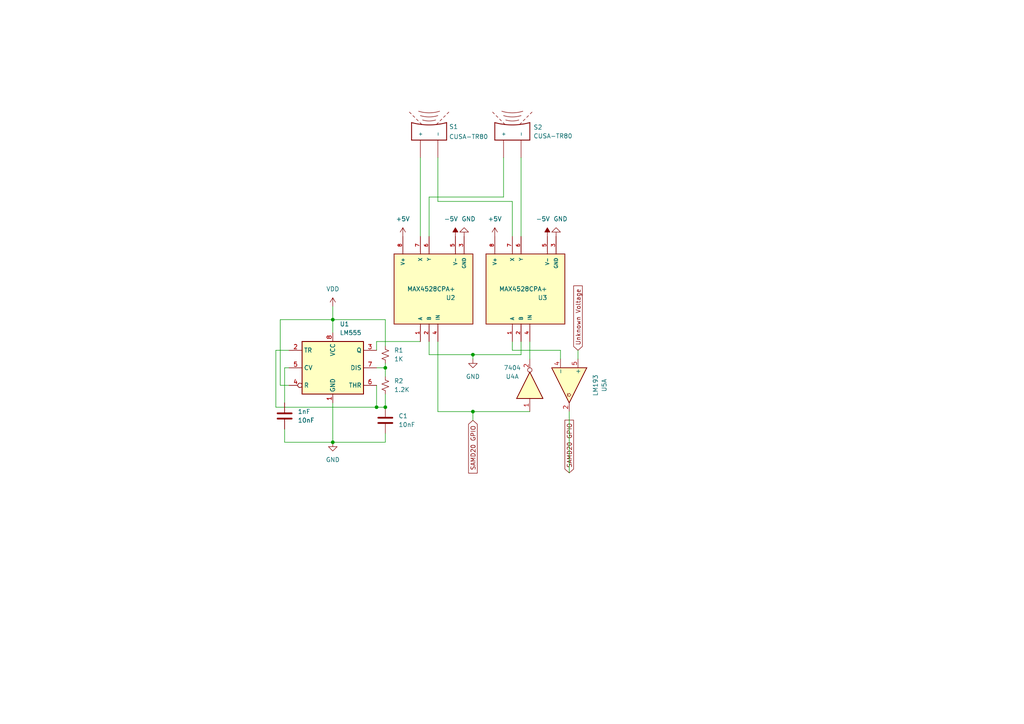
<source format=kicad_sch>
(kicad_sch (version 20211123) (generator eeschema)
  (paper "A4")
  (title_block (title "Ultrasonic Flow Reader") (date "2022-11-17") (rev "v1.0") (company "DCA"))
  (lib_symbols
    (symbol "74xx:74AHC04"
      (property "Reference" "U" (at 0 1.27 0))
      (property "Value" "74AHC04" (at 0 -1.27 0))
      (symbol "74AHC04_1_0"
        (polyline (pts (xy -3.81 3.81) (xy -3.81 -3.81) (xy 3.81 0) (xy -3.81 3.81)) (stroke (width 0.254)) (fill (type background)))
        (pin input line (at -7.62 0 0) (length 3.81) (name "~") (number "1"))
        (pin output inverted (at 7.62 0 180) (length 3.81) (name "~") (number "2"))
      )
      (symbol "74AHC04_2_0"
        (polyline (pts (xy -3.81 3.81) (xy -3.81 -3.81) (xy 3.81 0) (xy -3.81 3.81)) (stroke (width 0.254)) (fill (type background)))
        (pin input line (at -7.62 0 0) (length 3.81) (name "~") (number "3"))
        (pin output inverted (at 7.62 0 180) (length 3.81) (name "~") (number "4"))
      )
      (symbol "74AHC04_3_0"
        (polyline (pts (xy -3.81 3.81) (xy -3.81 -3.81) (xy 3.81 0) (xy -3.81 3.81)) (stroke (width 0.254)) (fill (type background)))
        (pin input line (at -7.62 0 0) (length 3.81) (name "~") (number "5"))
        (pin output inverted (at 7.62 0 180) (length 3.81) (name "~") (number "6"))
      )
      (symbol "74AHC04_4_0"
        (polyline (pts (xy -3.81 3.81) (xy -3.81 -3.81) (xy 3.81 0) (xy -3.81 3.81)) (stroke (width 0.254)) (fill (type background)))
        (pin output inverted (at 7.62 0 180) (length 3.81) (name "~") (number "8"))
        (pin input line (at -7.62 0 0) (length 3.81) (name "~") (number "9"))
      )
      (symbol "74AHC04_5_0"
        (polyline (pts (xy -3.81 3.81) (xy -3.81 -3.81) (xy 3.81 0) (xy -3.81 3.81)) (stroke (width 0.254)) (fill (type background)))
        (pin output inverted (at 7.62 0 180) (length 3.81) (name "~") (number "10"))
        (pin input line (at -7.62 0 0) (length 3.81) (name "~") (number "11"))
      )
      (symbol "74AHC04_6_0"
        (polyline (pts (xy -3.81 3.81) (xy -3.81 -3.81) (xy 3.81 0) (xy -3.81 3.81)) (stroke (width 0.254)) (fill (type background)))
        (pin output inverted (at 7.62 0 180) (length 3.81) (name "~") (number "12"))
        (pin input line (at -7.62 0 0) (length 3.81) (name "~") (number "13"))
      )
      (symbol "74AHC04_7_0"
        (pin power_in line (at 0 12.7 270) (length 5.08) (name "VCC") (number "14"))
        (pin power_in line (at 0 -12.7 90) (length 5.08) (name "GND") (number "7"))
      )
      (symbol "74AHC04_7_1"
        (rectangle (start -5.08 7.62) (end 5.08 -7.62) (stroke (width 0.254)) (fill (type background)))
      )
    )
    (symbol "CUSA-TR80-18-2400-TH:CUSA-TR80-18-2400-TH" (pin_numbers hide) (pin_names (offset 1.016))
      (property "Reference" "A" (at -3.0988 6.604 0))
      (property "Value" "CUSA-TR80-18-2400-TH" (at -3.556 -5.842 0))
      (symbol "CUSA-TR80-18-2400-TH_0_0"
        (polyline (pts (xy -2.54 -5.08) (xy -2.54 5.08)) (stroke (width 0.254)))
        (polyline (pts (xy -2.54 5.08) (xy 2.54 5.08)) (stroke (width 0.254)))
        (polyline (pts (xy 2.032 -2.159) (xy 2.54 -2.667)) (stroke (width 0.1524)))
        (polyline (pts (xy 2.032 2.159) (xy 2.54 2.667)) (stroke (width 0.1524)))
        (polyline (pts (xy 2.54 -5.08) (xy -2.54 -5.08)) (stroke (width 0.254)))
        (polyline (pts (xy 3.048 3.175) (xy 3.556 3.683)) (stroke (width 0.1524)))
        (polyline (pts (xy 3.556 -3.683) (xy 3.048 -3.175)) (stroke (width 0.1524)))
        (polyline (pts (xy 4.064 4.191) (xy 4.572 4.699)) (stroke (width 0.1524)))
        (polyline (pts (xy 4.572 -4.699) (xy 4.064 -4.191)) (stroke (width 0.1524)))
        (polyline (pts (xy 5.08 5.207) (xy 5.588 5.715)) (stroke (width 0.1524)))
        (polyline (pts (xy 5.588 -5.715) (xy 5.08 -5.207)) (stroke (width 0.1524)))
        (arc (start 2.54 5.08) (mid 1.8709 0) (end 2.54 -5.08) (stroke (width 0.254)))
        (arc (start 3.302 1.905) (mid 3.0089 0) (end 3.302 -1.905) (stroke (width 0.1524)))
        (arc (start 4.572 2.54) (mid 4.1809 0) (end 4.572 -2.54) (stroke (width 0.1524)))
        (arc (start 5.842 3.048) (mid 5.3733 0) (end 5.842 -3.048) (stroke (width 0.1524)))
        (pin passive line (at -7.62 -2.54 0) (length 5.08) (name "-") (number "N"))
        (pin passive line (at -7.62 2.54 0) (length 5.08) (name "+") (number "P"))
      )
    )
    (symbol "Comparator:LM339" (pin_names (offset 0.127))
      (property "Reference" "U" (at 0 5.08 0))
      (property "Value" "LM339" (at 0 -5.08 0))
      (symbol "LM339_1_1"
        (polyline (pts (xy -5.08 5.08) (xy 5.08 0) (xy -5.08 -5.08) (xy -5.08 5.08)) (stroke (width 0.254)) (fill (type background)))
        (polyline (pts (xy 3.302 -0.508) (xy 2.794 -0.508) (xy 3.302 0) (xy 2.794 0.508) (xy 2.286 0) (xy 2.794 -0.508) (xy 2.286 -0.508)) (stroke (width 0.127)))
        (pin open_collector line (at 7.62 0 180) (length 2.54) (name "~") (number "2"))
        (pin input line (at -7.62 -2.54 0) (length 2.54) (name "-") (number "4"))
        (pin input line (at -7.62 2.54 0) (length 2.54) (name "+") (number "5"))
      )
      (symbol "LM339_2_1"
        (polyline (pts (xy -5.08 5.08) (xy 5.08 0) (xy -5.08 -5.08) (xy -5.08 5.08)) (stroke (width 0.254)) (fill (type background)))
        (polyline (pts (xy 3.302 -0.508) (xy 2.794 -0.508) (xy 3.302 0) (xy 2.794 0.508) (xy 2.286 0) (xy 2.794 -0.508) (xy 2.286 -0.508)) (stroke (width 0.127)))
        (pin open_collector line (at 7.62 0 180) (length 2.54) (name "~") (number "1"))
        (pin input line (at -7.62 -2.54 0) (length 2.54) (name "-") (number "6"))
        (pin input line (at -7.62 2.54 0) (length 2.54) (name "+") (number "7"))
      )
      (symbol "LM339_3_1"
        (polyline (pts (xy -5.08 5.08) (xy 5.08 0) (xy -5.08 -5.08) (xy -5.08 5.08)) (stroke (width 0.254)) (fill (type background)))
        (polyline (pts (xy 3.302 -0.508) (xy 2.794 -0.508) (xy 3.302 0) (xy 2.794 0.508) (xy 2.286 0) (xy 2.794 -0.508) (xy 2.286 -0.508)) (stroke (width 0.127)))
        (pin input line (at -7.62 -2.54 0) (length 2.54) (name "-") (number "10"))
        (pin input line (at -7.62 2.54 0) (length 2.54) (name "+") (number "11"))
        (pin open_collector line (at 7.62 0 180) (length 2.54) (name "~") (number "13"))
      )
      (symbol "LM339_4_1"
        (polyline (pts (xy -5.08 5.08) (xy 5.08 0) (xy -5.08 -5.08) (xy -5.08 5.08)) (stroke (width 0.254)) (fill (type background)))
        (polyline (pts (xy 3.302 -0.508) (xy 2.794 -0.508) (xy 3.302 0) (xy 2.794 0.508) (xy 2.286 0) (xy 2.794 -0.508) (xy 2.286 -0.508)) (stroke (width 0.127)))
        (pin open_collector line (at 7.62 0 180) (length 2.54) (name "~") (number "14"))
        (pin input line (at -7.62 -2.54 0) (length 2.54) (name "-") (number "8"))
        (pin input line (at -7.62 2.54 0) (length 2.54) (name "+") (number "9"))
      )
      (symbol "LM339_5_1"
        (pin power_in line (at -2.54 -7.62 90) (length 3.81) (name "V-") (number "12"))
        (pin power_in line (at -2.54 7.62 270) (length 3.81) (name "V+") (number "3"))
      )
    )
    (symbol "Device:C" (pin_numbers hide) (pin_names (offset 0.254))
      (property "Reference" "C" (at 0.635 2.54 0))
      (property "Value" "C" (at 0.635 -2.54 0))
      (symbol "C_0_1"
        (polyline (pts (xy -2.032 -0.762) (xy 2.032 -0.762)) (stroke (width 0.508)))
        (polyline (pts (xy -2.032 0.762) (xy 2.032 0.762)) (stroke (width 0.508)))
      )
      (symbol "C_1_1"
        (pin passive line (at 0 3.81 270) (length 2.794) (name "~") (number "1"))
        (pin passive line (at 0 -3.81 90) (length 2.794) (name "~") (number "2"))
      )
    )
    (symbol "Device:R_Small_US" (pin_numbers hide) (pin_names (offset 0.254) hide)
      (property "Reference" "R" (at 0.762 0.508 0))
      (property "Value" "R_Small_US" (at 0.762 -1.016 0))
      (symbol "R_Small_US_1_1"
        (polyline (pts (xy 0 0) (xy 1.016 -0.381) (xy 0 -0.762) (xy -1.016 -1.143) (xy 0 -1.524)))
        (polyline (pts (xy 0 1.524) (xy 1.016 1.143) (xy 0 0.762) (xy -1.016 0.381) (xy 0 0)))
        (pin passive line (at 0 2.54 270) (length 1.016) (name "~") (number "1"))
        (pin passive line (at 0 -2.54 90) (length 1.016) (name "~") (number "2"))
      )
    )
    (symbol "MAX4528CPA_:MAX4528CPA+" (pin_names (offset 1.016))
      (property "Reference" "U" (at -10.16 11.1506 0))
      (property "Value" "MAX4528CPA+" (at -10.16 -16.6878 0))
      (symbol "MAX4528CPA+_0_0"
        (rectangle (start -10.16 -12.7) (end 10.16 10.16) (stroke (width 0.254)) (fill (type background)))
        (pin input line (at -15.24 2.54 0) (length 5.08) (name "A") (number "1"))
        (pin input line (at -15.24 0 0) (length 5.08) (name "B") (number "2"))
        (pin power_in line (at 15.24 -10.16 180) (length 5.08) (name "GND") (number "3"))
        (pin input line (at -15.24 -2.54 0) (length 5.08) (name "IN") (number "4"))
        (pin power_in line (at 15.24 -7.62 180) (length 5.08) (name "V-") (number "5"))
        (pin output line (at 15.24 0 180) (length 5.08) (name "Y") (number "6"))
        (pin output line (at 15.24 2.54 180) (length 5.08) (name "X") (number "7"))
        (pin power_in line (at 15.24 7.62 180) (length 5.08) (name "V+") (number "8"))
      )
    )
    (symbol "Timer:LM555xN"
      (property "Reference" "U" (at -10.16 8.89 0))
      (property "Value" "LM555xN" (at 2.54 8.89 0))
      (symbol "LM555xN_0_0"
        (pin power_in line (at 0 -10.16 90) (length 2.54) (name "GND") (number "1"))
        (pin power_in line (at 0 10.16 270) (length 2.54) (name "VCC") (number "8"))
      )
      (symbol "LM555xN_0_1"
        (rectangle (start -8.89 -7.62) (end 8.89 7.62) (stroke (width 0.254)) (fill (type background)))
        (rectangle (start -8.89 -7.62) (end 8.89 7.62) (stroke (width 0.254)) (fill (type background)))
      )
      (symbol "LM555xN_1_1"
        (pin input line (at -12.7 5.08 0) (length 3.81) (name "TR") (number "2"))
        (pin output line (at 12.7 5.08 180) (length 3.81) (name "Q") (number "3"))
        (pin input inverted (at -12.7 -5.08 0) (length 3.81) (name "R") (number "4"))
        (pin input line (at -12.7 0 0) (length 3.81) (name "CV") (number "5"))
        (pin input line (at 12.7 -5.08 180) (length 3.81) (name "THR") (number "6"))
        (pin input line (at 12.7 0 180) (length 3.81) (name "DIS") (number "7"))
      )
    )
    (symbol "power:+5V" (power) (pin_names (offset 0))
      (property "Value" "+5V" (at 0 3.556 0))
      (symbol "+5V_0_1"
        (polyline (pts (xy -0.762 1.27) (xy 0 2.54)))
        (polyline (pts (xy 0 0) (xy 0 2.54)))
        (polyline (pts (xy 0 2.54) (xy 0.762 1.27)))
      )
      (symbol "+5V_1_1"
        (pin power_in line (at 0 0 90) (length 0) hide (name "+5V") (number "1"))
      )
    )
    (symbol "power:-5V" (power) (pin_names (offset 0))
      (property "Value" "-5V" (at 0 3.81 0))
      (symbol "-5V_0_0"
        (pin power_in line (at 0 0 90) (length 0) hide (name "-5V") (number "1"))
      )
      (symbol "-5V_0_1"
        (polyline (pts (xy 0 0) (xy 0 1.27) (xy 0.762 1.27) (xy 0 2.54) (xy -0.762 1.27) (xy 0 1.27)) (fill (type outline)))
      )
    )
    (symbol "power:GND" (power) (pin_names (offset 0))
      (property "Value" "GND" (at 0 -3.81 0))
      (symbol "GND_0_1"
        (polyline (pts (xy 0 0) (xy 0 -1.27) (xy 1.27 -1.27) (xy 0 -2.54) (xy -1.27 -1.27) (xy 0 -1.27)))
      )
      (symbol "GND_1_1"
        (pin power_in line (at 0 0 270) (length 0) hide (name "GND") (number "1"))
      )
    )
    (symbol "power:VDD" (power) (pin_names (offset 0))
      (property "Value" "VDD" (at 0 3.81 0))
      (symbol "VDD_0_1"
        (polyline (pts (xy -0.762 1.27) (xy 0 2.54)))
        (polyline (pts (xy 0 0) (xy 0 2.54)))
        (polyline (pts (xy 0 2.54) (xy 0.762 1.27)))
      )
      (symbol "VDD_1_1"
        (pin power_in line (at 0 0 90) (length 0) hide (name "VDD") (number "1"))
      )
    )
  )
  (junction (at 96.52 128.27))
  (junction (at 137.16 102.87))
  (junction (at 111.76 106.68))
  (junction (at 111.76 118.11))
  (junction (at 137.16 119.38))
  (junction (at 109.22 118.11))
  (junction (at 96.52 92.71))
  (wire (pts (xy 111.76 92.71) (xy 96.52 92.71)))
  (wire (pts (xy 111.76 100.33) (xy 111.76 92.71)))
  (wire (pts (xy 151.13 68.58) (xy 151.13 45.72)))
  (wire (pts (xy 81.28 111.76) (xy 81.28 92.71)))
  (wire (pts (xy 165.1 119.38) (xy 165.1 137.16)))
  (wire (pts (xy 137.16 102.87) (xy 151.13 102.87)))
  (wire (pts (xy 80.01 101.6) (xy 80.01 118.11)))
  (wire (pts (xy 109.22 118.11) (xy 111.76 118.11)))
  (wire (pts (xy 137.16 119.38) (xy 137.16 121.92)))
  (wire (pts (xy 109.22 99.06) (xy 121.92 99.06)))
  (wire (pts (xy 111.76 114.3) (xy 111.76 118.11)))
  (wire (pts (xy 137.16 102.87) (xy 137.16 104.14)))
  (wire (pts (xy 83.82 106.68) (xy 82.55 106.68)))
  (wire (pts (xy 148.59 101.6) (xy 162.56 101.6)))
  (wire (pts (xy 148.59 99.06) (xy 148.59 101.6)))
  (wire (pts (xy 109.22 106.68) (xy 111.76 106.68)))
  (wire (pts (xy 148.59 68.58) (xy 148.59 58.42)))
  (wire (pts (xy 151.13 102.87) (xy 151.13 99.06)))
  (wire (pts (xy 81.28 92.71) (xy 96.52 92.71)))
  (wire (pts (xy 96.52 116.84) (xy 96.52 128.27)))
  (wire (pts (xy 127 119.38) (xy 137.16 119.38)))
  (wire (pts (xy 121.92 45.72) (xy 121.92 68.58)))
  (wire (pts (xy 82.55 128.27) (xy 96.52 128.27)))
  (wire (pts (xy 83.82 101.6) (xy 80.01 101.6)))
  (wire (pts (xy 153.67 99.06) (xy 153.67 104.14)))
  (wire (pts (xy 127 45.72) (xy 127 58.42)))
  (wire (pts (xy 109.22 111.76) (xy 109.22 118.11)))
  (wire (pts (xy 82.55 124.46) (xy 82.55 128.27)))
  (wire (pts (xy 111.76 106.68) (xy 111.76 109.22)))
  (wire (pts (xy 96.52 128.27) (xy 111.76 128.27)))
  (wire (pts (xy 80.01 118.11) (xy 109.22 118.11)))
  (wire (pts (xy 111.76 128.27) (xy 111.76 125.73)))
  (wire (pts (xy 148.59 58.42) (xy 127 58.42)))
  (wire (pts (xy 109.22 101.6) (xy 109.22 99.06)))
  (wire (pts (xy 111.76 105.41) (xy 111.76 106.68)))
  (wire (pts (xy 124.46 102.87) (xy 137.16 102.87)))
  (wire (pts (xy 127 99.06) (xy 127 119.38)))
  (wire (pts (xy 96.52 88.9) (xy 96.52 92.71)))
  (wire (pts (xy 83.82 111.76) (xy 81.28 111.76)))
  (wire (pts (xy 124.46 68.58) (xy 124.46 57.15)))
  (wire (pts (xy 124.46 99.06) (xy 124.46 102.87)))
  (wire (pts (xy 82.55 106.68) (xy 82.55 116.84)))
  (wire (pts (xy 146.05 45.72) (xy 146.05 57.15)))
  (wire (pts (xy 124.46 57.15) (xy 146.05 57.15)))
  (wire (pts (xy 162.56 101.6) (xy 162.56 104.14)))
  (wire (pts (xy 96.52 92.71) (xy 96.52 96.52)))
  (wire (pts (xy 167.64 101.6) (xy 167.64 104.14)))
  (wire (pts (xy 137.16 119.38) (xy 153.67 119.38)))
  (global_label "SAMD20 GPIO" (shape input) (at 137.16 121.92 270) (property "Intersheet References" "${INTERSHEET_REFS}" (effects hide)))
  (global_label "Unknown Voltage" (shape input) (at 167.64 101.6 90) (property "Intersheet References" "${INTERSHEET_REFS}" (effects hide)))
  (global_label "SAMD20 GPIO" (shape input) (at 165.1 137.16 90) (property "Intersheet References" "${INTERSHEET_REFS}" (effects hide)))
  (symbol (lib_id "power:+5V") (at 143.51 68.58 0) (unit 1)
    (property "Reference" "#PWR?" (effects hide))
    (property "Value" "+5V" (at 143.51 63.5 0))
  )
  (symbol (lib_id "power:-5V") (at 158.75 68.58 0) (unit 1)
    (property "Reference" "#PWR?" (effects hide))
    (property "Value" "-5V" (at 157.48 63.5 0))
  )
  (symbol (lib_id "Timer:LM555xN") (at 96.52 106.68 0) (unit 1)
    (property "Reference" "U1" (at 98.5394 93.98 0) (effects (justify left)))
    (property "Value" "LM555" (at 98.5394 96.52 0) (effects (justify left)))
    (property "Footprint" "Package_DIP:DIP-8_W7.62mm" (effects hide))
    (property "Datasheet" "http://www.ti.com/lit/ds/symlink/lm555.pdf" (effects hide))
  )
  (symbol (lib_id "Comparator:LM339") (at 165.1 111.76 270) (unit 1)
    (property "Reference" "U5" (at 175.26 111.76 0))
    (property "Value" "LM193" (at 172.72 111.76 0))
    (property "Datasheet" "https://www.st.com/resource/en/datasheet/lm139.pdf" (effects hide))
  )
  (symbol (lib_id "CUSA-TR80-18-2400-TH:CUSA-TR80-18-2400-TH") (at 124.46 38.1 90) (unit 1)
    (property "Reference" "S1" (at 130.2403 36.7543 90) (effects (justify right)))
    (property "Value" "CUSA-TR80" (at 130.2403 39.65 90) (effects (justify right)))
    (property "Footprint" "XDCR_CUSA-TR80-18-2400-TH" (effects hide))
    (property "MAXIMUM_PACKAGE_HEIGHT" "12.3 mm" (effects hide))
    (property "MANUFACTURER" "CUI" (effects hide))
    (property "STANDARD" "Manufacturer Recommendations" (effects hide))
    (property "PARTREV" "1.0" (effects hide))
  )
  (symbol (lib_id "74xx:74AHC04") (at 153.67 111.76 90) (unit 1)
    (property "Reference" "U4" (at 148.59 109.22 90))
    (property "Value" "7404" (at 148.59 106.68 90))
    (property "Datasheet" "https://assets.nexperia.com/documents/data-sheet/74AHC_AHCT04.pdf" (effects hide))
  )
  (symbol (lib_id "power:-5V") (at 132.08 68.58 0) (unit 1)
    (property "Reference" "#PWR?" (effects hide))
    (property "Value" "-5V" (at 130.81 63.5 0))
  )
  (symbol (lib_id "power:GND") (at 134.62 68.58 180) (unit 1)
    (property "Reference" "#PWR?" (effects hide))
    (property "Value" "GND" (at 135.89 63.5 0))
  )
  (symbol (lib_id "power:GND") (at 96.52 128.27 0) (unit 1)
    (property "Reference" "#PWR?" (effects hide))
    (property "Value" "GND" (at 96.52 133.35 0))
  )
  (symbol (lib_id "MAX4528CPA_:MAX4528CPA+") (at 151.13 83.82 90) (unit 1)
    (property "Reference" "U3" (at 158.75 86.36 90) (effects (justify left)))
    (property "Value" "MAX4528CPA+" (at 158.75 83.82 90) (effects (justify left)))
    (property "Footprint" "DIP794W47P254L991H457Q8" (effects hide))
    (property "PRICE" "None" (effects hide))
    (property "MP" "MAX4528CPA+" (effects hide))
    (property "PACKAGE" "PDIP-8 Maxim" (effects hide))
    (property "AVAILABILITY" "Unavailable" (effects hide))
    (property "DESCRIPTION" "2 Circuit IC Switch 2:1 110Ohm 8-PDIP" (effects hide))
    (property "MF" "Maxim Integrated" (effects hide))
  )
  (symbol (lib_id "power:+5V") (at 116.84 68.58 0) (unit 1)
    (property "Reference" "#PWR?" (effects hide))
    (property "Value" "+5V" (at 116.84 63.5 0))
  )
  (symbol (lib_id "CUSA-TR80-18-2400-TH:CUSA-TR80-18-2400-TH") (at 148.59 38.1 90) (unit 1)
    (property "Reference" "S2" (at 154.6972 36.9197 90) (effects (justify right)))
    (property "Value" "CUSA-TR80" (at 154.6972 39.4597 90) (effects (justify right)))
    (property "Footprint" "XDCR_CUSA-TR80-18-2400-TH" (effects hide))
    (property "MAXIMUM_PACKAGE_HEIGHT" "12.3 mm" (effects hide))
    (property "MANUFACTURER" "CUI" (effects hide))
    (property "STANDARD" "Manufacturer Recommendations" (effects hide))
    (property "PARTREV" "1.0" (effects hide))
  )
  (symbol (lib_id "Device:R_Small_US") (at 111.76 102.87 0) (unit 1)
    (property "Reference" "R1" (at 114.3 101.5999 0) (effects (justify left)))
    (property "Value" "1K" (at 114.3 104.1399 0) (effects (justify left)))
  )
  (symbol (lib_id "MAX4528CPA_:MAX4528CPA+") (at 124.46 83.82 90) (unit 1)
    (property "Reference" "U2" (at 132.08 86.36 90) (effects (justify left)))
    (property "Value" "MAX4528CPA+" (at 132.08 83.82 90) (effects (justify left)))
    (property "Footprint" "DIP794W47P254L991H457Q8" (effects hide))
    (property "PRICE" "None" (effects hide))
    (property "MP" "MAX4528CPA+" (effects hide))
    (property "PACKAGE" "PDIP-8 Maxim" (effects hide))
    (property "AVAILABILITY" "Unavailable" (effects hide))
    (property "DESCRIPTION" "2 Circuit IC Switch 2:1 110Ohm 8-PDIP" (effects hide))
    (property "MF" "Maxim Integrated" (effects hide))
  )
  (symbol (lib_id "Device:C") (at 111.76 121.92 0) (unit 1)
    (property "Reference" "C1" (at 115.57 120.6499 0) (effects (justify left)))
    (property "Value" "10nF" (at 115.57 123.1899 0) (effects (justify left)))
  )
  (symbol (lib_id "Device:R_Small_US") (at 111.76 111.76 0) (unit 1)
    (property "Reference" "R2" (at 114.3 110.4899 0) (effects (justify left)))
    (property "Value" "1.2K" (at 114.3 113.0299 0) (effects (justify left)))
  )
  (symbol (lib_id "Device:C") (at 82.55 120.65 0) (unit 1)
    (property "Reference" "1nF" (at 86.36 119.3799 0) (effects (justify left)))
    (property "Value" "10nF" (at 86.36 121.9199 0) (effects (justify left)))
  )
  (symbol (lib_id "power:VDD") (at 96.52 88.9 0) (unit 1)
    (property "Reference" "#PWR?" (effects hide))
    (property "Value" "VDD" (at 96.52 83.82 0))
  )
  (symbol (lib_id "power:GND") (at 161.29 68.58 180) (unit 1)
    (property "Reference" "#PWR?" (effects hide))
    (property "Value" "GND" (at 162.56 63.5 0))
  )
  (symbol (lib_id "power:GND") (at 137.16 104.14 0) (unit 1)
    (property "Reference" "#PWR?" (effects hide))
    (property "Value" "GND" (at 137.16 109.22 0))
  )
)
</source>
